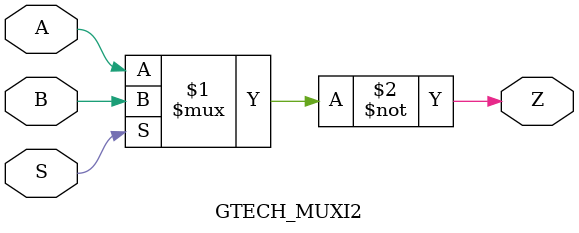
<source format=v>





module GTECH_MUXI2 (A, B, S, Z);   
	input A, B, S;
	output Z;
	assign Z = ~(S ? B : A);
endmodule




</source>
